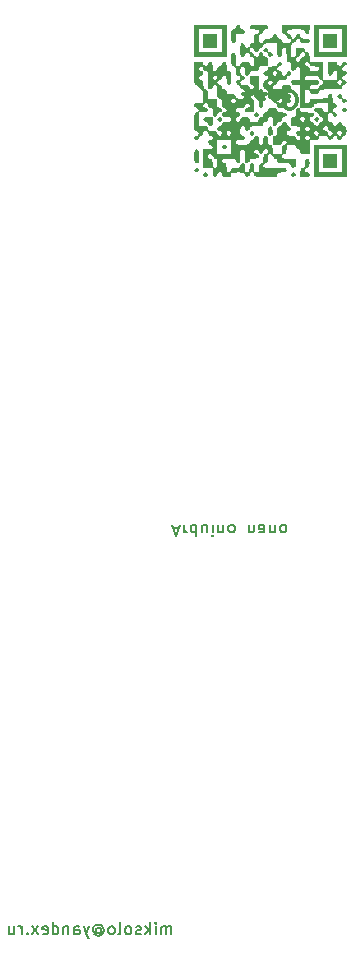
<source format=gbr>
%TF.GenerationSoftware,KiCad,Pcbnew,6.0.0*%
%TF.CreationDate,2022-01-29T03:06:04+03:00*%
%TF.ProjectId,pump,70756d70-2e6b-4696-9361-645f70636258,rev?*%
%TF.SameCoordinates,Original*%
%TF.FileFunction,Legend,Bot*%
%TF.FilePolarity,Positive*%
%FSLAX46Y46*%
G04 Gerber Fmt 4.6, Leading zero omitted, Abs format (unit mm)*
G04 Created by KiCad (PCBNEW 6.0.0) date 2022-01-29 03:06:04*
%MOMM*%
%LPD*%
G01*
G04 APERTURE LIST*
%ADD10C,0.150000*%
%ADD11C,0.300000*%
G04 APERTURE END LIST*
D10*
X108625285Y-75906333D02*
X109101476Y-75906333D01*
X108530047Y-75620619D02*
X108863380Y-76620619D01*
X109196714Y-75620619D01*
X109530047Y-75620619D02*
X109530047Y-76287285D01*
X109530047Y-76096809D02*
X109577666Y-76192047D01*
X109625285Y-76239666D01*
X109720523Y-76287285D01*
X109815761Y-76287285D01*
X110577666Y-75620619D02*
X110577666Y-76620619D01*
X110577666Y-75668238D02*
X110482428Y-75620619D01*
X110291952Y-75620619D01*
X110196714Y-75668238D01*
X110149095Y-75715857D01*
X110101476Y-75811095D01*
X110101476Y-76096809D01*
X110149095Y-76192047D01*
X110196714Y-76239666D01*
X110291952Y-76287285D01*
X110482428Y-76287285D01*
X110577666Y-76239666D01*
X111482428Y-76287285D02*
X111482428Y-75620619D01*
X111053857Y-76287285D02*
X111053857Y-75763476D01*
X111101476Y-75668238D01*
X111196714Y-75620619D01*
X111339571Y-75620619D01*
X111434809Y-75668238D01*
X111482428Y-75715857D01*
X111958619Y-75620619D02*
X111958619Y-76287285D01*
X111958619Y-76620619D02*
X111911000Y-76573000D01*
X111958619Y-76525380D01*
X112006238Y-76573000D01*
X111958619Y-76620619D01*
X111958619Y-76525380D01*
X112434809Y-76287285D02*
X112434809Y-75620619D01*
X112434809Y-76192047D02*
X112482428Y-76239666D01*
X112577666Y-76287285D01*
X112720523Y-76287285D01*
X112815761Y-76239666D01*
X112863380Y-76144428D01*
X112863380Y-75620619D01*
X113482428Y-75620619D02*
X113387190Y-75668238D01*
X113339571Y-75715857D01*
X113291952Y-75811095D01*
X113291952Y-76096809D01*
X113339571Y-76192047D01*
X113387190Y-76239666D01*
X113482428Y-76287285D01*
X113625285Y-76287285D01*
X113720523Y-76239666D01*
X113768142Y-76192047D01*
X113815761Y-76096809D01*
X113815761Y-75811095D01*
X113768142Y-75715857D01*
X113720523Y-75668238D01*
X113625285Y-75620619D01*
X113482428Y-75620619D01*
X115006238Y-76287285D02*
X115006238Y-75620619D01*
X115006238Y-76192047D02*
X115053857Y-76239666D01*
X115149095Y-76287285D01*
X115291952Y-76287285D01*
X115387190Y-76239666D01*
X115434809Y-76144428D01*
X115434809Y-75620619D01*
X116339571Y-75620619D02*
X116339571Y-76144428D01*
X116291952Y-76239666D01*
X116196714Y-76287285D01*
X116006238Y-76287285D01*
X115911000Y-76239666D01*
X116339571Y-75668238D02*
X116244333Y-75620619D01*
X116006238Y-75620619D01*
X115911000Y-75668238D01*
X115863380Y-75763476D01*
X115863380Y-75858714D01*
X115911000Y-75953952D01*
X116006238Y-76001571D01*
X116244333Y-76001571D01*
X116339571Y-76049190D01*
X116815761Y-76287285D02*
X116815761Y-75620619D01*
X116815761Y-76192047D02*
X116863380Y-76239666D01*
X116958619Y-76287285D01*
X117101476Y-76287285D01*
X117196714Y-76239666D01*
X117244333Y-76144428D01*
X117244333Y-75620619D01*
X117863380Y-75620619D02*
X117768142Y-75668238D01*
X117720523Y-75715857D01*
X117672904Y-75811095D01*
X117672904Y-76096809D01*
X117720523Y-76192047D01*
X117768142Y-76239666D01*
X117863380Y-76287285D01*
X118006238Y-76287285D01*
X118101476Y-76239666D01*
X118149095Y-76192047D01*
X118196714Y-76096809D01*
X118196714Y-75811095D01*
X118149095Y-75715857D01*
X118101476Y-75668238D01*
X118006238Y-75620619D01*
X117863380Y-75620619D01*
X108457142Y-110307380D02*
X108457142Y-109640714D01*
X108457142Y-109735952D02*
X108409523Y-109688333D01*
X108314285Y-109640714D01*
X108171428Y-109640714D01*
X108076190Y-109688333D01*
X108028571Y-109783571D01*
X108028571Y-110307380D01*
X108028571Y-109783571D02*
X107980952Y-109688333D01*
X107885714Y-109640714D01*
X107742857Y-109640714D01*
X107647619Y-109688333D01*
X107600000Y-109783571D01*
X107600000Y-110307380D01*
X107123809Y-110307380D02*
X107123809Y-109640714D01*
X107123809Y-109307380D02*
X107171428Y-109355000D01*
X107123809Y-109402619D01*
X107076190Y-109355000D01*
X107123809Y-109307380D01*
X107123809Y-109402619D01*
X106647619Y-110307380D02*
X106647619Y-109307380D01*
X106552380Y-109926428D02*
X106266666Y-110307380D01*
X106266666Y-109640714D02*
X106647619Y-110021666D01*
X105885714Y-110259761D02*
X105790476Y-110307380D01*
X105600000Y-110307380D01*
X105504761Y-110259761D01*
X105457142Y-110164523D01*
X105457142Y-110116904D01*
X105504761Y-110021666D01*
X105600000Y-109974047D01*
X105742857Y-109974047D01*
X105838095Y-109926428D01*
X105885714Y-109831190D01*
X105885714Y-109783571D01*
X105838095Y-109688333D01*
X105742857Y-109640714D01*
X105600000Y-109640714D01*
X105504761Y-109688333D01*
X104885714Y-110307380D02*
X104980952Y-110259761D01*
X105028571Y-110212142D01*
X105076190Y-110116904D01*
X105076190Y-109831190D01*
X105028571Y-109735952D01*
X104980952Y-109688333D01*
X104885714Y-109640714D01*
X104742857Y-109640714D01*
X104647619Y-109688333D01*
X104600000Y-109735952D01*
X104552380Y-109831190D01*
X104552380Y-110116904D01*
X104600000Y-110212142D01*
X104647619Y-110259761D01*
X104742857Y-110307380D01*
X104885714Y-110307380D01*
X103980952Y-110307380D02*
X104076190Y-110259761D01*
X104123809Y-110164523D01*
X104123809Y-109307380D01*
X103457142Y-110307380D02*
X103552380Y-110259761D01*
X103600000Y-110212142D01*
X103647619Y-110116904D01*
X103647619Y-109831190D01*
X103600000Y-109735952D01*
X103552380Y-109688333D01*
X103457142Y-109640714D01*
X103314285Y-109640714D01*
X103219047Y-109688333D01*
X103171428Y-109735952D01*
X103123809Y-109831190D01*
X103123809Y-110116904D01*
X103171428Y-110212142D01*
X103219047Y-110259761D01*
X103314285Y-110307380D01*
X103457142Y-110307380D01*
X102076190Y-109831190D02*
X102123809Y-109783571D01*
X102219047Y-109735952D01*
X102314285Y-109735952D01*
X102409523Y-109783571D01*
X102457142Y-109831190D01*
X102504761Y-109926428D01*
X102504761Y-110021666D01*
X102457142Y-110116904D01*
X102409523Y-110164523D01*
X102314285Y-110212142D01*
X102219047Y-110212142D01*
X102123809Y-110164523D01*
X102076190Y-110116904D01*
X102076190Y-109735952D02*
X102076190Y-110116904D01*
X102028571Y-110164523D01*
X101980952Y-110164523D01*
X101885714Y-110116904D01*
X101838095Y-110021666D01*
X101838095Y-109783571D01*
X101933333Y-109640714D01*
X102076190Y-109545476D01*
X102266666Y-109497857D01*
X102457142Y-109545476D01*
X102600000Y-109640714D01*
X102695238Y-109783571D01*
X102742857Y-109974047D01*
X102695238Y-110164523D01*
X102600000Y-110307380D01*
X102457142Y-110402619D01*
X102266666Y-110450238D01*
X102076190Y-110402619D01*
X101933333Y-110307380D01*
X101504761Y-109640714D02*
X101266666Y-110307380D01*
X101028571Y-109640714D02*
X101266666Y-110307380D01*
X101361904Y-110545476D01*
X101409523Y-110593095D01*
X101504761Y-110640714D01*
X100219047Y-110307380D02*
X100219047Y-109783571D01*
X100266666Y-109688333D01*
X100361904Y-109640714D01*
X100552380Y-109640714D01*
X100647619Y-109688333D01*
X100219047Y-110259761D02*
X100314285Y-110307380D01*
X100552380Y-110307380D01*
X100647619Y-110259761D01*
X100695238Y-110164523D01*
X100695238Y-110069285D01*
X100647619Y-109974047D01*
X100552380Y-109926428D01*
X100314285Y-109926428D01*
X100219047Y-109878809D01*
X99742857Y-109640714D02*
X99742857Y-110307380D01*
X99742857Y-109735952D02*
X99695238Y-109688333D01*
X99600000Y-109640714D01*
X99457142Y-109640714D01*
X99361904Y-109688333D01*
X99314285Y-109783571D01*
X99314285Y-110307380D01*
X98409523Y-110307380D02*
X98409523Y-109307380D01*
X98409523Y-110259761D02*
X98504761Y-110307380D01*
X98695238Y-110307380D01*
X98790476Y-110259761D01*
X98838095Y-110212142D01*
X98885714Y-110116904D01*
X98885714Y-109831190D01*
X98838095Y-109735952D01*
X98790476Y-109688333D01*
X98695238Y-109640714D01*
X98504761Y-109640714D01*
X98409523Y-109688333D01*
X97552380Y-110259761D02*
X97647619Y-110307380D01*
X97838095Y-110307380D01*
X97933333Y-110259761D01*
X97980952Y-110164523D01*
X97980952Y-109783571D01*
X97933333Y-109688333D01*
X97838095Y-109640714D01*
X97647619Y-109640714D01*
X97552380Y-109688333D01*
X97504761Y-109783571D01*
X97504761Y-109878809D01*
X97980952Y-109974047D01*
X97171428Y-110307380D02*
X96647619Y-109640714D01*
X97171428Y-109640714D02*
X96647619Y-110307380D01*
X96266666Y-110212142D02*
X96219047Y-110259761D01*
X96266666Y-110307380D01*
X96314285Y-110259761D01*
X96266666Y-110212142D01*
X96266666Y-110307380D01*
X95790476Y-110307380D02*
X95790476Y-109640714D01*
X95790476Y-109831190D02*
X95742857Y-109735952D01*
X95695238Y-109688333D01*
X95600000Y-109640714D01*
X95504761Y-109640714D01*
X94742857Y-109640714D02*
X94742857Y-110307380D01*
X95171428Y-109640714D02*
X95171428Y-110164523D01*
X95123809Y-110259761D01*
X95028571Y-110307380D01*
X94885714Y-110307380D01*
X94790476Y-110259761D01*
X94742857Y-110212142D01*
D11*
%TO.C,G\u002A\u002A\u002A*%
X118182571Y-38989000D02*
X118327714Y-38916428D01*
X118545428Y-38916428D01*
X118763142Y-38989000D01*
X118908285Y-39134142D01*
X118980857Y-39279285D01*
X119053428Y-39569571D01*
X119053428Y-39787285D01*
X118980857Y-40077571D01*
X118908285Y-40222714D01*
X118763142Y-40367857D01*
X118545428Y-40440428D01*
X118400285Y-40440428D01*
X118182571Y-40367857D01*
X118110000Y-40295285D01*
X118110000Y-39787285D01*
X118400285Y-39787285D01*
X117239142Y-38916428D02*
X117239142Y-39279285D01*
X117602000Y-39134142D02*
X117239142Y-39279285D01*
X116876285Y-39134142D01*
X117456857Y-39569571D02*
X117239142Y-39279285D01*
X117021428Y-39569571D01*
X116078000Y-38916428D02*
X116078000Y-39279285D01*
X116440857Y-39134142D02*
X116078000Y-39279285D01*
X115715142Y-39134142D01*
X116295714Y-39569571D02*
X116078000Y-39279285D01*
X115860285Y-39569571D01*
X114916857Y-38916428D02*
X114916857Y-39279285D01*
X115279714Y-39134142D02*
X114916857Y-39279285D01*
X114554000Y-39134142D01*
X115134571Y-39569571D02*
X114916857Y-39279285D01*
X114699142Y-39569571D01*
G36*
X120552308Y-46198692D02*
G01*
X120552308Y-45807923D01*
X120943077Y-45807923D01*
X122896923Y-45807923D01*
X122896923Y-43854077D01*
X120943077Y-43854077D01*
X120943077Y-45807923D01*
X120552308Y-45807923D01*
X120552308Y-43463307D01*
X123287693Y-43463307D01*
X123287693Y-46198692D01*
X120552308Y-46198692D01*
G37*
G36*
X120078930Y-44657739D02*
G01*
X120145154Y-44770729D01*
X120161539Y-45026384D01*
X120150477Y-45251935D01*
X120093982Y-45384384D01*
X119966154Y-45417154D01*
X119839848Y-45449264D01*
X119770769Y-45612538D01*
X119802880Y-45738844D01*
X119966154Y-45807923D01*
X120092460Y-45840034D01*
X120161539Y-46003307D01*
X120139415Y-46116083D01*
X120026425Y-46182307D01*
X119770769Y-46198692D01*
X119380000Y-46198692D01*
X119380000Y-45807923D01*
X119391062Y-45582372D01*
X119447557Y-45449923D01*
X119575385Y-45417154D01*
X119688160Y-45395030D01*
X119754385Y-45282040D01*
X119770769Y-45026384D01*
X119781832Y-44800833D01*
X119838326Y-44668385D01*
X119966154Y-44635615D01*
X120078930Y-44657739D01*
G37*
G36*
X118920152Y-45840034D02*
G01*
X118989231Y-46003307D01*
X118957120Y-46129613D01*
X118793846Y-46198692D01*
X118667541Y-46166581D01*
X118598462Y-46003307D01*
X118630573Y-45877002D01*
X118793846Y-45807923D01*
X118920152Y-45840034D01*
G37*
G36*
X122506154Y-37992538D02*
G01*
X122506154Y-37601769D01*
X122495092Y-37376218D01*
X122438597Y-37243769D01*
X122310769Y-37211000D01*
X122184464Y-37243110D01*
X122115385Y-37406384D01*
X122083274Y-37532690D01*
X121920000Y-37601769D01*
X121833461Y-37590993D01*
X121763062Y-37519892D01*
X121731745Y-37342994D01*
X121724616Y-37015615D01*
X121724616Y-36429461D01*
X122115385Y-36429461D01*
X122340936Y-36440523D01*
X122473385Y-36497018D01*
X122506154Y-36624846D01*
X122538265Y-36751152D01*
X122701539Y-36820231D01*
X122827844Y-36788120D01*
X122896923Y-36624846D01*
X122929034Y-36498540D01*
X123092308Y-36429461D01*
X123218614Y-36461572D01*
X123287693Y-36624846D01*
X123255582Y-36751152D01*
X123092308Y-36820231D01*
X122966002Y-36852341D01*
X122896923Y-37015615D01*
X122929034Y-37141921D01*
X123092308Y-37211000D01*
X123218614Y-37243110D01*
X123287693Y-37406384D01*
X123255582Y-37532690D01*
X123092308Y-37601769D01*
X122966002Y-37633880D01*
X122896923Y-37797154D01*
X122929034Y-37923459D01*
X123092308Y-37992538D01*
X123218614Y-38024649D01*
X123287693Y-38187923D01*
X123255582Y-38314229D01*
X123092308Y-38383307D01*
X122966002Y-38415418D01*
X122896923Y-38578692D01*
X122896843Y-38589156D01*
X122880012Y-38674588D01*
X122809277Y-38728724D01*
X122649272Y-38758635D01*
X122364635Y-38771395D01*
X121920000Y-38774077D01*
X121867680Y-38774093D01*
X121440518Y-38777459D01*
X121169841Y-38791606D01*
X121020285Y-38823607D01*
X120956485Y-38880534D01*
X120943077Y-38969461D01*
X120920953Y-39082237D01*
X120807963Y-39148461D01*
X120552308Y-39164846D01*
X120326757Y-39153784D01*
X120194308Y-39097289D01*
X120161539Y-38969461D01*
X120129428Y-38843156D01*
X119966154Y-38774077D01*
X119879615Y-38784853D01*
X119809216Y-38855953D01*
X119777899Y-39032852D01*
X119770769Y-39360231D01*
X119774362Y-39619849D01*
X119798062Y-39831046D01*
X119857028Y-39924997D01*
X119966154Y-39946384D01*
X120092460Y-39914274D01*
X120161539Y-39751000D01*
X120164415Y-39699485D01*
X120203652Y-39621804D01*
X120320307Y-39578482D01*
X120553681Y-39559694D01*
X120943077Y-39555615D01*
X121149136Y-39554896D01*
X121459861Y-39545087D01*
X121633148Y-39515923D01*
X121708299Y-39457580D01*
X121724616Y-39360231D01*
X121756726Y-39233925D01*
X121920000Y-39164846D01*
X122032776Y-39186970D01*
X122099000Y-39299960D01*
X122115385Y-39555615D01*
X122126447Y-39781166D01*
X122182942Y-39913615D01*
X122310769Y-39946384D01*
X122437075Y-39978495D01*
X122506154Y-40141769D01*
X122474043Y-40268075D01*
X122310769Y-40337154D01*
X122184464Y-40369264D01*
X122115385Y-40532538D01*
X122147496Y-40658844D01*
X122310769Y-40727923D01*
X122437075Y-40760034D01*
X122506154Y-40923307D01*
X122474043Y-41049613D01*
X122310769Y-41118692D01*
X122184464Y-41086581D01*
X122115385Y-40923307D01*
X122083274Y-40797002D01*
X121920000Y-40727923D01*
X121807225Y-40750047D01*
X121741000Y-40863037D01*
X121724616Y-41118692D01*
X121735678Y-41344243D01*
X121792173Y-41476692D01*
X121920000Y-41509461D01*
X122046306Y-41541572D01*
X122115385Y-41704846D01*
X122147496Y-41831152D01*
X122310769Y-41900231D01*
X122437075Y-41868120D01*
X122506154Y-41704846D01*
X122538265Y-41578540D01*
X122701539Y-41509461D01*
X122827844Y-41541572D01*
X122896923Y-41704846D01*
X122929034Y-41831152D01*
X123092308Y-41900231D01*
X123205083Y-41922355D01*
X123271308Y-42035344D01*
X123287693Y-42291000D01*
X123278111Y-42486384D01*
X123276631Y-42516551D01*
X123220136Y-42648999D01*
X123092308Y-42681769D01*
X122966002Y-42713880D01*
X122896923Y-42877154D01*
X122864813Y-43003459D01*
X122701539Y-43072538D01*
X122575233Y-43040427D01*
X122506154Y-42877154D01*
X122474043Y-42750848D01*
X122310769Y-42681769D01*
X122184464Y-42713880D01*
X122115385Y-42877154D01*
X122083274Y-43003459D01*
X121920000Y-43072538D01*
X121793695Y-43040427D01*
X121724616Y-42877154D01*
X121702492Y-42764378D01*
X121589502Y-42698154D01*
X121333846Y-42681769D01*
X121108295Y-42692831D01*
X120975847Y-42749326D01*
X120943077Y-42877154D01*
X120920953Y-42989929D01*
X120807963Y-43056153D01*
X120552308Y-43072538D01*
X120161539Y-43072538D01*
X120161539Y-44244846D01*
X119770769Y-44244846D01*
X119545218Y-44233784D01*
X119412770Y-44177289D01*
X119380000Y-44049461D01*
X119347890Y-43923156D01*
X119184616Y-43854077D01*
X119058310Y-43821966D01*
X118989231Y-43658692D01*
X118967107Y-43545917D01*
X118854117Y-43479692D01*
X118598462Y-43463307D01*
X118207693Y-43463307D01*
X118207693Y-43854077D01*
X118196631Y-44079628D01*
X118140136Y-44212076D01*
X118012308Y-44244846D01*
X117886002Y-44276957D01*
X117816923Y-44440231D01*
X117827699Y-44526770D01*
X117898800Y-44597169D01*
X118075698Y-44628486D01*
X118403077Y-44635615D01*
X118989231Y-44635615D01*
X118989231Y-45026384D01*
X118978169Y-45251935D01*
X118921674Y-45384384D01*
X118793846Y-45417154D01*
X118667541Y-45385043D01*
X118598462Y-45221769D01*
X118587686Y-45135230D01*
X118516585Y-45064830D01*
X118339687Y-45033513D01*
X118012308Y-45026384D01*
X117752690Y-45022792D01*
X117541492Y-44999092D01*
X117447542Y-44940126D01*
X117426154Y-44831000D01*
X117394043Y-44704694D01*
X117230769Y-44635615D01*
X117104464Y-44603504D01*
X117035385Y-44440231D01*
X117003274Y-44313925D01*
X116840000Y-44244846D01*
X116727225Y-44266970D01*
X116661000Y-44379960D01*
X116644616Y-44635615D01*
X116633554Y-44861166D01*
X116577059Y-44993615D01*
X116449231Y-45026384D01*
X116322925Y-45058495D01*
X116253846Y-45221769D01*
X116253926Y-45232233D01*
X116270757Y-45317665D01*
X116341493Y-45371801D01*
X116501498Y-45401712D01*
X116786135Y-45414472D01*
X117230769Y-45417154D01*
X117283090Y-45417170D01*
X117710251Y-45420536D01*
X117980928Y-45434683D01*
X118130485Y-45466684D01*
X118194285Y-45523611D01*
X118207693Y-45612538D01*
X118185569Y-45725314D01*
X118072579Y-45791538D01*
X117816923Y-45807923D01*
X117591372Y-45818985D01*
X117458924Y-45875480D01*
X117426154Y-46003307D01*
X117426074Y-46013771D01*
X117409243Y-46099204D01*
X117338507Y-46153339D01*
X117178503Y-46183250D01*
X116893866Y-46196010D01*
X116449231Y-46198692D01*
X116396911Y-46198676D01*
X115969749Y-46195310D01*
X115699072Y-46181163D01*
X115549516Y-46149162D01*
X115485716Y-46092234D01*
X115472308Y-46003307D01*
X115440197Y-45877002D01*
X115276923Y-45807923D01*
X115150618Y-45840034D01*
X115081539Y-46003307D01*
X115049428Y-46129613D01*
X114886154Y-46198692D01*
X114759848Y-46166581D01*
X114690769Y-46003307D01*
X114679993Y-45916768D01*
X114608893Y-45846369D01*
X114431994Y-45815052D01*
X114104616Y-45807923D01*
X113844997Y-45811515D01*
X113633800Y-45835215D01*
X113539849Y-45894181D01*
X113518462Y-46003307D01*
X113496338Y-46116083D01*
X113383348Y-46182307D01*
X113127693Y-46198692D01*
X112902142Y-46187630D01*
X112769693Y-46131135D01*
X112736923Y-46003307D01*
X112704813Y-45877002D01*
X112541539Y-45807923D01*
X112415233Y-45840034D01*
X112346154Y-46003307D01*
X112314043Y-46129613D01*
X112150769Y-46198692D01*
X112037994Y-46176568D01*
X111971770Y-46063578D01*
X111955385Y-45807923D01*
X111955385Y-45417154D01*
X111173846Y-45417154D01*
X111173846Y-44440231D01*
X111564616Y-44440231D01*
X111596726Y-44566536D01*
X111760000Y-44635615D01*
X111872776Y-44657739D01*
X111939000Y-44770729D01*
X111955385Y-45026384D01*
X111966447Y-45251935D01*
X112022942Y-45384384D01*
X112150769Y-45417154D01*
X112263545Y-45395030D01*
X112329769Y-45282040D01*
X112346154Y-45026384D01*
X112336572Y-44831000D01*
X112736923Y-44831000D01*
X112769034Y-44957305D01*
X112932308Y-45026384D01*
X113045083Y-45048508D01*
X113111308Y-45161498D01*
X113127693Y-45417154D01*
X113138755Y-45642705D01*
X113195249Y-45775153D01*
X113323077Y-45807923D01*
X113449383Y-45775812D01*
X113518462Y-45612538D01*
X113540586Y-45499763D01*
X113653576Y-45433538D01*
X113909231Y-45417154D01*
X114134782Y-45406092D01*
X114267231Y-45349597D01*
X114300000Y-45221769D01*
X114332111Y-45095463D01*
X114495385Y-45026384D01*
X114608160Y-45048508D01*
X114674385Y-45161498D01*
X114690769Y-45417154D01*
X114701832Y-45642705D01*
X114758326Y-45775153D01*
X114886154Y-45807923D01*
X114998930Y-45785799D01*
X115065154Y-45672809D01*
X115081539Y-45417154D01*
X115092601Y-45191603D01*
X115149096Y-45059154D01*
X115276923Y-45026384D01*
X115389699Y-45048508D01*
X115455923Y-45161498D01*
X115472308Y-45417154D01*
X115483370Y-45642705D01*
X115539865Y-45775153D01*
X115667693Y-45807923D01*
X115780468Y-45785799D01*
X115846692Y-45672809D01*
X115863077Y-45417154D01*
X115874139Y-45191603D01*
X115930634Y-45059154D01*
X116058462Y-45026384D01*
X116171237Y-45004260D01*
X116237462Y-44891271D01*
X116253846Y-44635615D01*
X116264908Y-44410064D01*
X116321403Y-44277615D01*
X116449231Y-44244846D01*
X116575537Y-44212735D01*
X116644616Y-44049461D01*
X116612505Y-43923156D01*
X116449231Y-43854077D01*
X116322925Y-43886187D01*
X116253846Y-44049461D01*
X116221736Y-44175767D01*
X116058462Y-44244846D01*
X115932156Y-44212735D01*
X115863077Y-44049461D01*
X115830966Y-43923156D01*
X115667693Y-43854077D01*
X115541387Y-43886187D01*
X115472308Y-44049461D01*
X115504419Y-44175767D01*
X115667693Y-44244846D01*
X115793998Y-44276957D01*
X115863077Y-44440231D01*
X115840953Y-44553006D01*
X115727963Y-44619230D01*
X115472308Y-44635615D01*
X115246757Y-44646677D01*
X115114308Y-44703172D01*
X115081539Y-44831000D01*
X115049428Y-44957305D01*
X114886154Y-45026384D01*
X114799615Y-45015608D01*
X114729216Y-44944508D01*
X114697899Y-44767609D01*
X114690769Y-44440231D01*
X114687177Y-44180612D01*
X114663477Y-43969415D01*
X114604511Y-43875464D01*
X114495385Y-43854077D01*
X114408845Y-43864853D01*
X114338446Y-43935953D01*
X114307129Y-44112852D01*
X114304255Y-44244846D01*
X114300000Y-44440231D01*
X114296408Y-44699849D01*
X114272708Y-44911046D01*
X114213742Y-45004997D01*
X114104616Y-45026384D01*
X113978310Y-44994274D01*
X113909231Y-44831000D01*
X113898455Y-44744460D01*
X113827354Y-44674061D01*
X113650456Y-44642744D01*
X113323077Y-44635615D01*
X113063459Y-44639207D01*
X112852262Y-44662907D01*
X112758311Y-44721873D01*
X112736923Y-44831000D01*
X112336572Y-44831000D01*
X112335092Y-44800833D01*
X112278597Y-44668385D01*
X112150769Y-44635615D01*
X112024464Y-44603504D01*
X111955385Y-44440231D01*
X111923274Y-44313925D01*
X111760000Y-44244846D01*
X112346154Y-44244846D01*
X113518462Y-44244846D01*
X113518462Y-43072538D01*
X112346154Y-43072538D01*
X112346154Y-44244846D01*
X111760000Y-44244846D01*
X111633695Y-44276957D01*
X111564616Y-44440231D01*
X111173846Y-44440231D01*
X111173846Y-43854077D01*
X111564616Y-43854077D01*
X111790167Y-43843015D01*
X111922615Y-43786520D01*
X111955385Y-43658692D01*
X111923274Y-43532386D01*
X111760000Y-43463307D01*
X111633695Y-43431197D01*
X111564616Y-43267923D01*
X111596726Y-43141617D01*
X111760000Y-43072538D01*
X111886306Y-43040427D01*
X111955385Y-42877154D01*
X111923274Y-42750848D01*
X111760000Y-42681769D01*
X111633695Y-42649658D01*
X111564616Y-42486384D01*
X111532505Y-42360079D01*
X111369231Y-42291000D01*
X111242925Y-42323110D01*
X111173846Y-42486384D01*
X111141736Y-42612690D01*
X110978462Y-42681769D01*
X110852156Y-42713880D01*
X110783077Y-42877154D01*
X110750966Y-43003459D01*
X110587693Y-43072538D01*
X110461387Y-43040427D01*
X110392308Y-42877154D01*
X110424419Y-42750848D01*
X110587693Y-42681769D01*
X110713998Y-42649658D01*
X110783077Y-42486384D01*
X110750966Y-42360079D01*
X110587693Y-42291000D01*
X110536178Y-42288124D01*
X110458497Y-42248887D01*
X110415175Y-42132232D01*
X110396498Y-41900231D01*
X110783077Y-41900231D01*
X111173846Y-41900231D01*
X111399397Y-41911293D01*
X111531846Y-41967787D01*
X111564616Y-42095615D01*
X111586740Y-42208391D01*
X111699729Y-42274615D01*
X111955385Y-42291000D01*
X112180936Y-42302062D01*
X112313385Y-42358557D01*
X112346154Y-42486384D01*
X112378265Y-42612690D01*
X112541539Y-42681769D01*
X112667844Y-42649658D01*
X112736923Y-42486384D01*
X113127693Y-42486384D01*
X113159803Y-42612690D01*
X113323077Y-42681769D01*
X113449383Y-42649658D01*
X113518462Y-42486384D01*
X113486351Y-42360079D01*
X113323077Y-42291000D01*
X113196771Y-42323110D01*
X113127693Y-42486384D01*
X112736923Y-42486384D01*
X112704813Y-42360079D01*
X112541539Y-42291000D01*
X112415233Y-42258889D01*
X112346154Y-42095615D01*
X112378265Y-41969309D01*
X112541539Y-41900231D01*
X112667844Y-41868120D01*
X112736923Y-41704846D01*
X112759047Y-41592070D01*
X112872037Y-41525846D01*
X113127693Y-41509461D01*
X113353244Y-41498399D01*
X113485692Y-41441904D01*
X113518462Y-41314077D01*
X113909231Y-41314077D01*
X113941342Y-41440382D01*
X114104616Y-41509461D01*
X114230921Y-41477351D01*
X114300000Y-41314077D01*
X114322124Y-41201301D01*
X114435114Y-41135077D01*
X114690769Y-41118692D01*
X114916321Y-41129754D01*
X115048769Y-41186249D01*
X115081539Y-41314077D01*
X115103663Y-41426852D01*
X115216653Y-41493077D01*
X115472308Y-41509461D01*
X115697859Y-41498399D01*
X115830308Y-41441904D01*
X115863077Y-41314077D01*
X115895188Y-41187771D01*
X116058462Y-41118692D01*
X116184768Y-41086581D01*
X116253846Y-40923307D01*
X116285957Y-40797002D01*
X116449231Y-40727923D01*
X116575537Y-40695812D01*
X116644616Y-40532538D01*
X116666740Y-40419763D01*
X116779729Y-40353538D01*
X117035385Y-40337154D01*
X117260936Y-40348216D01*
X117393385Y-40404710D01*
X117426154Y-40532538D01*
X117448278Y-40645314D01*
X117561268Y-40711538D01*
X117816923Y-40727923D01*
X118042474Y-40738985D01*
X118174923Y-40795480D01*
X118207693Y-40923307D01*
X118175582Y-41049613D01*
X118012308Y-41118692D01*
X117886002Y-41150803D01*
X117816923Y-41314077D01*
X117784813Y-41440382D01*
X117621539Y-41509461D01*
X117495233Y-41541572D01*
X117426154Y-41704846D01*
X117394043Y-41831152D01*
X117230769Y-41900231D01*
X117117994Y-41878106D01*
X117051770Y-41765117D01*
X117035385Y-41509461D01*
X117024323Y-41283910D01*
X116967828Y-41151462D01*
X116840000Y-41118692D01*
X116713695Y-41150803D01*
X116644616Y-41314077D01*
X116612505Y-41440382D01*
X116449231Y-41509461D01*
X116322925Y-41541572D01*
X116253846Y-41704846D01*
X116243070Y-41791385D01*
X116171970Y-41861784D01*
X115995071Y-41893101D01*
X115667693Y-41900231D01*
X115408074Y-41903823D01*
X115196877Y-41927523D01*
X115102926Y-41986489D01*
X115081539Y-42095615D01*
X115049428Y-42221921D01*
X114886154Y-42291000D01*
X114759848Y-42258889D01*
X114690769Y-42095615D01*
X114658659Y-41969309D01*
X114495385Y-41900231D01*
X114382609Y-41922355D01*
X114316385Y-42035344D01*
X114300000Y-42291000D01*
X114309582Y-42486384D01*
X114311062Y-42516551D01*
X114367557Y-42648999D01*
X114495385Y-42681769D01*
X114621691Y-42713880D01*
X114690769Y-42877154D01*
X114668645Y-42989929D01*
X114555656Y-43056153D01*
X114300000Y-43072538D01*
X114074449Y-43083600D01*
X113942001Y-43140095D01*
X113909231Y-43267923D01*
X113920007Y-43354462D01*
X113991108Y-43424861D01*
X114168006Y-43456178D01*
X114495385Y-43463307D01*
X114755003Y-43459715D01*
X114966200Y-43436015D01*
X115060151Y-43377049D01*
X115081539Y-43267923D01*
X115113649Y-43141617D01*
X115276923Y-43072538D01*
X115403229Y-43040427D01*
X115472308Y-42877154D01*
X115504419Y-42750848D01*
X115667693Y-42681769D01*
X115780468Y-42703893D01*
X115846692Y-42816883D01*
X115863077Y-43072538D01*
X115874139Y-43298089D01*
X115930634Y-43430538D01*
X116058462Y-43463307D01*
X116171237Y-43441183D01*
X116237462Y-43328194D01*
X116253846Y-43072538D01*
X116264908Y-42846987D01*
X116321403Y-42714538D01*
X116449231Y-42681769D01*
X116562007Y-42703893D01*
X116628231Y-42816883D01*
X116644616Y-43072538D01*
X116655678Y-43298089D01*
X116712173Y-43430538D01*
X116840000Y-43463307D01*
X116952776Y-43485431D01*
X117019000Y-43598421D01*
X117035385Y-43854077D01*
X117035385Y-44244846D01*
X117816923Y-44244846D01*
X117816923Y-43854077D01*
X117827985Y-43628526D01*
X117884480Y-43496077D01*
X118012308Y-43463307D01*
X118138614Y-43431197D01*
X118207693Y-43267923D01*
X118175582Y-43141617D01*
X118012308Y-43072538D01*
X117886002Y-43104649D01*
X117816923Y-43267923D01*
X117794799Y-43380698D01*
X117681810Y-43446923D01*
X117426154Y-43463307D01*
X117035385Y-43463307D01*
X117035385Y-43072538D01*
X117046447Y-42846987D01*
X117102942Y-42714538D01*
X117230769Y-42681769D01*
X117343545Y-42659645D01*
X117409769Y-42546655D01*
X117426154Y-42291000D01*
X117437216Y-42065449D01*
X117493711Y-41933000D01*
X117621539Y-41900231D01*
X117747844Y-41868120D01*
X117816923Y-41704846D01*
X117849034Y-41578540D01*
X118012308Y-41509461D01*
X118138614Y-41541572D01*
X118207693Y-41704846D01*
X118239803Y-41831152D01*
X118403077Y-41900231D01*
X118529383Y-41932341D01*
X118598462Y-42095615D01*
X118566351Y-42221921D01*
X118403077Y-42291000D01*
X118276771Y-42323110D01*
X118207693Y-42486384D01*
X118229817Y-42599160D01*
X118342806Y-42665384D01*
X118598462Y-42681769D01*
X118824013Y-42692831D01*
X118956462Y-42749326D01*
X118989231Y-42877154D01*
X119021342Y-43003459D01*
X119184616Y-43072538D01*
X119310921Y-43040427D01*
X119380000Y-42877154D01*
X119770769Y-42877154D01*
X119802880Y-43003459D01*
X119966154Y-43072538D01*
X120092460Y-43040427D01*
X120161539Y-42877154D01*
X120129428Y-42750848D01*
X119966154Y-42681769D01*
X119839848Y-42713880D01*
X119770769Y-42877154D01*
X119380000Y-42877154D01*
X119347890Y-42750848D01*
X119184616Y-42681769D01*
X119058310Y-42649658D01*
X118989231Y-42486384D01*
X120552308Y-42486384D01*
X120584419Y-42612690D01*
X120747693Y-42681769D01*
X120873998Y-42649658D01*
X120943077Y-42486384D01*
X120910966Y-42360079D01*
X120747693Y-42291000D01*
X120621387Y-42323110D01*
X120552308Y-42486384D01*
X118989231Y-42486384D01*
X119021342Y-42360079D01*
X119184616Y-42291000D01*
X119310921Y-42258889D01*
X119380000Y-42095615D01*
X119770769Y-42095615D01*
X119802880Y-42221921D01*
X119966154Y-42291000D01*
X120092460Y-42258889D01*
X120161539Y-42095615D01*
X121333846Y-42095615D01*
X121365957Y-42221921D01*
X121529231Y-42291000D01*
X121655537Y-42323110D01*
X121724616Y-42486384D01*
X121756726Y-42612690D01*
X121920000Y-42681769D01*
X122046306Y-42649658D01*
X122115385Y-42486384D01*
X122506154Y-42486384D01*
X122538265Y-42612690D01*
X122701539Y-42681769D01*
X122827844Y-42649658D01*
X122896923Y-42486384D01*
X122864813Y-42360079D01*
X122701539Y-42291000D01*
X122575233Y-42323110D01*
X122506154Y-42486384D01*
X122115385Y-42486384D01*
X122083274Y-42360079D01*
X121920000Y-42291000D01*
X121793695Y-42258889D01*
X121724616Y-42095615D01*
X121692505Y-41969309D01*
X121529231Y-41900231D01*
X121402925Y-41932341D01*
X121333846Y-42095615D01*
X120161539Y-42095615D01*
X120129428Y-41969309D01*
X119966154Y-41900231D01*
X119839848Y-41932341D01*
X119770769Y-42095615D01*
X119380000Y-42095615D01*
X119357876Y-41982840D01*
X119244886Y-41916615D01*
X118989231Y-41900231D01*
X118598462Y-41900231D01*
X118598462Y-41509461D01*
X118608044Y-41314077D01*
X119380000Y-41314077D01*
X119412111Y-41440382D01*
X119575385Y-41509461D01*
X119701691Y-41477351D01*
X119770769Y-41314077D01*
X119738659Y-41187771D01*
X119575385Y-41118692D01*
X119449079Y-41150803D01*
X119380000Y-41314077D01*
X118608044Y-41314077D01*
X118609524Y-41283910D01*
X118666019Y-41151462D01*
X118793846Y-41118692D01*
X118906622Y-41096568D01*
X118972846Y-40983578D01*
X118989231Y-40727923D01*
X119000293Y-40502372D01*
X119056788Y-40369923D01*
X119184616Y-40337154D01*
X119310921Y-40369264D01*
X119380000Y-40532538D01*
X119390776Y-40619078D01*
X119461877Y-40689477D01*
X119638775Y-40720794D01*
X119966154Y-40727923D01*
X120225772Y-40731515D01*
X120436970Y-40755215D01*
X120530921Y-40814181D01*
X120552308Y-40923307D01*
X120520197Y-41049613D01*
X120356923Y-41118692D01*
X120230618Y-41150803D01*
X120161539Y-41314077D01*
X120193649Y-41440382D01*
X120356923Y-41509461D01*
X120483229Y-41541572D01*
X120552308Y-41704846D01*
X120584419Y-41831152D01*
X120747693Y-41900231D01*
X120873998Y-41868120D01*
X120943077Y-41704846D01*
X120975188Y-41578540D01*
X121138462Y-41509461D01*
X121264768Y-41477351D01*
X121333846Y-41314077D01*
X121301736Y-41187771D01*
X121138462Y-41118692D01*
X121012156Y-41086581D01*
X120943077Y-40923307D01*
X120910966Y-40797002D01*
X120747693Y-40727923D01*
X120621387Y-40695812D01*
X120552308Y-40532538D01*
X120574432Y-40419763D01*
X120687422Y-40353538D01*
X120943077Y-40337154D01*
X121168628Y-40348216D01*
X121301077Y-40404710D01*
X121333846Y-40532538D01*
X121365957Y-40658844D01*
X121529231Y-40727923D01*
X121642007Y-40705799D01*
X121708231Y-40592809D01*
X121724616Y-40337154D01*
X121724616Y-39946384D01*
X121138462Y-39946384D01*
X120878843Y-39949976D01*
X120667646Y-39973677D01*
X120573695Y-40032643D01*
X120552308Y-40141769D01*
X120541532Y-40228308D01*
X120470431Y-40298707D01*
X120293533Y-40330024D01*
X119966154Y-40337154D01*
X119380000Y-40337154D01*
X119380000Y-38383307D01*
X118989231Y-38383307D01*
X118763680Y-38372245D01*
X118631231Y-38315751D01*
X118598462Y-38187923D01*
X118620586Y-38075147D01*
X118733576Y-38008923D01*
X118989231Y-37992538D01*
X119380000Y-37992538D01*
X119380000Y-37797154D01*
X119770769Y-37797154D01*
X119781546Y-37883693D01*
X119852646Y-37954092D01*
X120029545Y-37985409D01*
X120356923Y-37992538D01*
X120616542Y-37996130D01*
X120827739Y-38019830D01*
X120921690Y-38078797D01*
X120943077Y-38187923D01*
X120920953Y-38300698D01*
X120807963Y-38366923D01*
X120552308Y-38383307D01*
X120326757Y-38394369D01*
X120194308Y-38450864D01*
X120161539Y-38578692D01*
X120183663Y-38691468D01*
X120296653Y-38757692D01*
X120552308Y-38774077D01*
X120777859Y-38763015D01*
X120910308Y-38706520D01*
X120943077Y-38578692D01*
X120975188Y-38452386D01*
X121138462Y-38383307D01*
X121264768Y-38351197D01*
X121333846Y-38187923D01*
X122506154Y-38187923D01*
X122538265Y-38314229D01*
X122701539Y-38383307D01*
X122827844Y-38351197D01*
X122896923Y-38187923D01*
X122864813Y-38061617D01*
X122701539Y-37992538D01*
X122575233Y-38024649D01*
X122506154Y-38187923D01*
X121333846Y-38187923D01*
X121301736Y-38061617D01*
X121138462Y-37992538D01*
X121012156Y-37960427D01*
X120943077Y-37797154D01*
X120932301Y-37710614D01*
X120861200Y-37640215D01*
X120684302Y-37608898D01*
X120356923Y-37601769D01*
X120097305Y-37605361D01*
X119886108Y-37629061D01*
X119792157Y-37688027D01*
X119770769Y-37797154D01*
X119380000Y-37797154D01*
X119380000Y-37406384D01*
X119376408Y-37146766D01*
X119352708Y-36935569D01*
X119293742Y-36841618D01*
X119184616Y-36820231D01*
X119058310Y-36852341D01*
X118989231Y-37015615D01*
X118957120Y-37141921D01*
X118793846Y-37211000D01*
X118681071Y-37188876D01*
X118614847Y-37075886D01*
X118598462Y-36820231D01*
X118588880Y-36624846D01*
X119770769Y-36624846D01*
X119802880Y-36751152D01*
X119966154Y-36820231D01*
X120092460Y-36852341D01*
X120161539Y-37015615D01*
X120183663Y-37128391D01*
X120296653Y-37194615D01*
X120552308Y-37211000D01*
X120777859Y-37199938D01*
X120910308Y-37143443D01*
X120943077Y-37015615D01*
X120920953Y-36902840D01*
X120807963Y-36836615D01*
X120552308Y-36820231D01*
X120326757Y-36809168D01*
X120194308Y-36752674D01*
X120161539Y-36624846D01*
X120129428Y-36498540D01*
X119966154Y-36429461D01*
X119839848Y-36461572D01*
X119770769Y-36624846D01*
X118588880Y-36624846D01*
X118587400Y-36594679D01*
X118530905Y-36462231D01*
X118403077Y-36429461D01*
X118316538Y-36418685D01*
X118246139Y-36347585D01*
X118226044Y-36234077D01*
X118989231Y-36234077D01*
X119021342Y-36360382D01*
X119184616Y-36429461D01*
X119310921Y-36397351D01*
X119380000Y-36234077D01*
X119412111Y-36107771D01*
X119575385Y-36038692D01*
X119701691Y-36006581D01*
X119770769Y-35843307D01*
X119738659Y-35717002D01*
X119575385Y-35647923D01*
X119449079Y-35680034D01*
X119380000Y-35843307D01*
X119347890Y-35969613D01*
X119184616Y-36038692D01*
X119058310Y-36070803D01*
X118989231Y-36234077D01*
X118226044Y-36234077D01*
X118214822Y-36170686D01*
X118207693Y-35843307D01*
X118204101Y-35583689D01*
X118180400Y-35372492D01*
X118121434Y-35278541D01*
X118012308Y-35257154D01*
X117899532Y-35279278D01*
X117833308Y-35392267D01*
X117816923Y-35647923D01*
X117805861Y-35873474D01*
X117749366Y-36005923D01*
X117621539Y-36038692D01*
X117534999Y-36027916D01*
X117464600Y-35956815D01*
X117433283Y-35779917D01*
X117426154Y-35452538D01*
X117426154Y-34866384D01*
X116840000Y-34866384D01*
X116580382Y-34869976D01*
X116369185Y-34893677D01*
X116275234Y-34952643D01*
X116253846Y-35061769D01*
X116221736Y-35188075D01*
X116058462Y-35257154D01*
X115932156Y-35289264D01*
X115863077Y-35452538D01*
X115830966Y-35578844D01*
X115667693Y-35647923D01*
X115541387Y-35615812D01*
X115472308Y-35452538D01*
X115440197Y-35326232D01*
X115276923Y-35257154D01*
X115150618Y-35289264D01*
X115081539Y-35452538D01*
X115113649Y-35578844D01*
X115276923Y-35647923D01*
X115403229Y-35680034D01*
X115472308Y-35843307D01*
X115504419Y-35969613D01*
X115667693Y-36038692D01*
X115793998Y-36006581D01*
X115863077Y-35843307D01*
X115895188Y-35717002D01*
X116058462Y-35647923D01*
X116184768Y-35680034D01*
X116253846Y-35843307D01*
X116285957Y-35969613D01*
X116449231Y-36038692D01*
X116562007Y-36060816D01*
X116628231Y-36173806D01*
X116644616Y-36429461D01*
X116644616Y-36820231D01*
X116253846Y-36820231D01*
X116028295Y-36831293D01*
X115895847Y-36887787D01*
X115863077Y-37015615D01*
X115840953Y-37128391D01*
X115727963Y-37194615D01*
X115472308Y-37211000D01*
X115246757Y-37222062D01*
X115114308Y-37278557D01*
X115081539Y-37406384D01*
X115049428Y-37532690D01*
X114886154Y-37601769D01*
X114773379Y-37579645D01*
X114707154Y-37466655D01*
X114690769Y-37211000D01*
X114679707Y-36985449D01*
X114623213Y-36853000D01*
X114495385Y-36820231D01*
X114382609Y-36842355D01*
X114316385Y-36955344D01*
X114300000Y-37211000D01*
X114311062Y-37436551D01*
X114367557Y-37568999D01*
X114495385Y-37601769D01*
X114621691Y-37633880D01*
X114690769Y-37797154D01*
X114658659Y-37923459D01*
X114495385Y-37992538D01*
X114369079Y-38024649D01*
X114300000Y-38187923D01*
X114322124Y-38300698D01*
X114435114Y-38366923D01*
X114690769Y-38383307D01*
X114916321Y-38394369D01*
X115048769Y-38450864D01*
X115081539Y-38578692D01*
X115113649Y-38704998D01*
X115276923Y-38774077D01*
X115403229Y-38741966D01*
X115472308Y-38578692D01*
X115440197Y-38452386D01*
X115276923Y-38383307D01*
X115164148Y-38361183D01*
X115097923Y-38248194D01*
X115081539Y-37992538D01*
X115081539Y-37601769D01*
X115863077Y-37601769D01*
X115863077Y-38383307D01*
X115863796Y-38589366D01*
X115873605Y-38900091D01*
X115902769Y-39073379D01*
X115961113Y-39148529D01*
X116058462Y-39164846D01*
X116145001Y-39175622D01*
X116215400Y-39246723D01*
X116246717Y-39423621D01*
X116253846Y-39751000D01*
X116250254Y-40010618D01*
X116226554Y-40221815D01*
X116167588Y-40315766D01*
X116058462Y-40337154D01*
X115945686Y-40315030D01*
X115879462Y-40202040D01*
X115863077Y-39946384D01*
X115852015Y-39720833D01*
X115795520Y-39588385D01*
X115667693Y-39555615D01*
X115541387Y-39523504D01*
X115472308Y-39360231D01*
X115440197Y-39233925D01*
X115276923Y-39164846D01*
X115150618Y-39196957D01*
X115081539Y-39360231D01*
X115113649Y-39486536D01*
X115276923Y-39555615D01*
X115363463Y-39566391D01*
X115433862Y-39637492D01*
X115453957Y-39751000D01*
X115465179Y-39814390D01*
X115472308Y-40141769D01*
X115472308Y-40727923D01*
X115081539Y-40727923D01*
X114855988Y-40716861D01*
X114723539Y-40660366D01*
X114690769Y-40532538D01*
X114722880Y-40406232D01*
X114886154Y-40337154D01*
X115012460Y-40305043D01*
X115081539Y-40141769D01*
X115049428Y-40015463D01*
X114886154Y-39946384D01*
X114759848Y-39978495D01*
X114690769Y-40141769D01*
X114668645Y-40254544D01*
X114555656Y-40320769D01*
X114300000Y-40337154D01*
X114074449Y-40348216D01*
X113942001Y-40404710D01*
X113909231Y-40532538D01*
X113941342Y-40658844D01*
X114104616Y-40727923D01*
X114230921Y-40760034D01*
X114300000Y-40923307D01*
X114267890Y-41049613D01*
X114104616Y-41118692D01*
X113978310Y-41150803D01*
X113909231Y-41314077D01*
X113518462Y-41314077D01*
X113496338Y-41201301D01*
X113383348Y-41135077D01*
X113127693Y-41118692D01*
X112902142Y-41107630D01*
X112769693Y-41051135D01*
X112736923Y-40923307D01*
X112769034Y-40797002D01*
X112932308Y-40727923D01*
X113058614Y-40695812D01*
X113127693Y-40532538D01*
X113095582Y-40406232D01*
X112932308Y-40337154D01*
X112819532Y-40315030D01*
X112753308Y-40202040D01*
X112736923Y-39946384D01*
X112727341Y-39751000D01*
X113518462Y-39751000D01*
X113550573Y-39877305D01*
X113713846Y-39946384D01*
X113840152Y-39914274D01*
X113909231Y-39751000D01*
X113877120Y-39624694D01*
X113713846Y-39555615D01*
X113587541Y-39587726D01*
X113518462Y-39751000D01*
X112727341Y-39751000D01*
X112725861Y-39720833D01*
X112669366Y-39588385D01*
X112541539Y-39555615D01*
X112454999Y-39544839D01*
X112384600Y-39473738D01*
X112353283Y-39296840D01*
X112346154Y-38969461D01*
X112342562Y-38709843D01*
X112318862Y-38498646D01*
X112259896Y-38404695D01*
X112150769Y-38383307D01*
X112024464Y-38415418D01*
X111955385Y-38578692D01*
X111923274Y-38704998D01*
X111760000Y-38774077D01*
X111708486Y-38771201D01*
X111630804Y-38731964D01*
X111587482Y-38615309D01*
X111568695Y-38381934D01*
X111564616Y-37992538D01*
X111563934Y-37797154D01*
X111955385Y-37797154D01*
X111987496Y-37923459D01*
X112150769Y-37992538D01*
X112277075Y-37960427D01*
X112346154Y-37797154D01*
X112314043Y-37670848D01*
X112150769Y-37601769D01*
X112024464Y-37633880D01*
X111955385Y-37797154D01*
X111563934Y-37797154D01*
X111563897Y-37786480D01*
X111554087Y-37475754D01*
X111524924Y-37302467D01*
X111466580Y-37227316D01*
X111369231Y-37211000D01*
X111242925Y-37178889D01*
X111173846Y-37015615D01*
X111141736Y-36889309D01*
X110978462Y-36820231D01*
X110852156Y-36852341D01*
X110783077Y-37015615D01*
X110815188Y-37141921D01*
X110978462Y-37211000D01*
X111104768Y-37243110D01*
X111173846Y-37406384D01*
X111141736Y-37532690D01*
X110978462Y-37601769D01*
X110852156Y-37633880D01*
X110783077Y-37797154D01*
X110815188Y-37923459D01*
X110978462Y-37992538D01*
X111091237Y-38014662D01*
X111157462Y-38127652D01*
X111173846Y-38383307D01*
X111184908Y-38608858D01*
X111241403Y-38741307D01*
X111369231Y-38774077D01*
X111482007Y-38796201D01*
X111548231Y-38909190D01*
X111564616Y-39164846D01*
X111564616Y-39555615D01*
X112346154Y-39555615D01*
X112346154Y-39946384D01*
X112357216Y-40171935D01*
X112413711Y-40304384D01*
X112541539Y-40337154D01*
X112667844Y-40369264D01*
X112736923Y-40532538D01*
X112704813Y-40658844D01*
X112541539Y-40727923D01*
X112415233Y-40760034D01*
X112346154Y-40923307D01*
X112314043Y-41049613D01*
X112150769Y-41118692D01*
X112037994Y-41096568D01*
X111971770Y-40983578D01*
X111955385Y-40727923D01*
X111944323Y-40502372D01*
X111887828Y-40369923D01*
X111760000Y-40337154D01*
X111633695Y-40305043D01*
X111564616Y-40141769D01*
X111532505Y-40015463D01*
X111369231Y-39946384D01*
X111242925Y-39978495D01*
X111173846Y-40141769D01*
X111205957Y-40268075D01*
X111369231Y-40337154D01*
X111495537Y-40369264D01*
X111564616Y-40532538D01*
X111542492Y-40645314D01*
X111429502Y-40711538D01*
X111173846Y-40727923D01*
X110783077Y-40727923D01*
X110783077Y-41900231D01*
X110396498Y-41900231D01*
X110396387Y-41898857D01*
X110392308Y-41509461D01*
X110393027Y-41303403D01*
X110402836Y-40992677D01*
X110432000Y-40819390D01*
X110490344Y-40744239D01*
X110587693Y-40727923D01*
X110713998Y-40695812D01*
X110783077Y-40532538D01*
X110750966Y-40406232D01*
X110587693Y-40337154D01*
X110461387Y-40305043D01*
X110392308Y-40141769D01*
X110414432Y-40028993D01*
X110527422Y-39962769D01*
X110783077Y-39946384D01*
X111173846Y-39946384D01*
X111173846Y-39360231D01*
X111170254Y-39100612D01*
X111146554Y-38889415D01*
X111087588Y-38795464D01*
X110978462Y-38774077D01*
X110852156Y-38741966D01*
X110783077Y-38578692D01*
X110750966Y-38452386D01*
X110587693Y-38383307D01*
X110577229Y-38383228D01*
X110491796Y-38366396D01*
X110437661Y-38295661D01*
X110407750Y-38135656D01*
X110394990Y-37851019D01*
X110392308Y-37406384D01*
X110392308Y-36429461D01*
X110783077Y-36429461D01*
X111008628Y-36440523D01*
X111141077Y-36497018D01*
X111173846Y-36624846D01*
X111205957Y-36751152D01*
X111369231Y-36820231D01*
X111495537Y-36788120D01*
X111564616Y-36624846D01*
X111596726Y-36498540D01*
X111760000Y-36429461D01*
X111872776Y-36451585D01*
X111939000Y-36564575D01*
X111955385Y-36820231D01*
X111966447Y-37045782D01*
X112022942Y-37178230D01*
X112150769Y-37211000D01*
X112277075Y-37178889D01*
X112346154Y-37015615D01*
X112378265Y-36889309D01*
X112541539Y-36820231D01*
X112667844Y-36788120D01*
X112736923Y-36624846D01*
X112769034Y-36498540D01*
X112932308Y-36429461D01*
X113045083Y-36451585D01*
X113111308Y-36564575D01*
X113127693Y-36820231D01*
X113138755Y-37045782D01*
X113195249Y-37178230D01*
X113323077Y-37211000D01*
X113409617Y-37221776D01*
X113480016Y-37292876D01*
X113511333Y-37469775D01*
X113518462Y-37797154D01*
X113514870Y-38056772D01*
X113491170Y-38267969D01*
X113432203Y-38361920D01*
X113323077Y-38383307D01*
X113210302Y-38361183D01*
X113144077Y-38248194D01*
X113127693Y-37992538D01*
X113116631Y-37766987D01*
X113060136Y-37634538D01*
X112932308Y-37601769D01*
X112806002Y-37633880D01*
X112736923Y-37797154D01*
X112704813Y-37923459D01*
X112541539Y-37992538D01*
X112415233Y-38024649D01*
X112346154Y-38187923D01*
X112378265Y-38314229D01*
X112541539Y-38383307D01*
X112667844Y-38415418D01*
X112736923Y-38578692D01*
X112769034Y-38704998D01*
X112932308Y-38774077D01*
X113058614Y-38806187D01*
X113127693Y-38969461D01*
X113149817Y-39082237D01*
X113262806Y-39148461D01*
X113518462Y-39164846D01*
X113744013Y-39175908D01*
X113876462Y-39232403D01*
X113909231Y-39360231D01*
X113931355Y-39473006D01*
X114044345Y-39539230D01*
X114300000Y-39555615D01*
X114690769Y-39555615D01*
X114690769Y-39164846D01*
X114679707Y-38939295D01*
X114623213Y-38806846D01*
X114495385Y-38774077D01*
X114369079Y-38741966D01*
X114300000Y-38578692D01*
X114267890Y-38452386D01*
X114104616Y-38383307D01*
X113978310Y-38351197D01*
X113909231Y-38187923D01*
X113941342Y-38061617D01*
X114104616Y-37992538D01*
X114230921Y-37960427D01*
X114300000Y-37797154D01*
X114267890Y-37670848D01*
X114104616Y-37601769D01*
X113991840Y-37579645D01*
X113925616Y-37466655D01*
X113909231Y-37211000D01*
X113898169Y-36985449D01*
X113841674Y-36853000D01*
X113713846Y-36820231D01*
X113627307Y-36809454D01*
X113556908Y-36738354D01*
X113525591Y-36561455D01*
X113518462Y-36234077D01*
X113522054Y-35974458D01*
X113545754Y-35763261D01*
X113604720Y-35669310D01*
X113713846Y-35647923D01*
X113800386Y-35658699D01*
X113870785Y-35729800D01*
X113902102Y-35906698D01*
X113909231Y-36234077D01*
X113912823Y-36493695D01*
X113936523Y-36704892D01*
X113995489Y-36798843D01*
X114104616Y-36820231D01*
X114230921Y-36788120D01*
X114300000Y-36624846D01*
X114322124Y-36512070D01*
X114435114Y-36445846D01*
X114690769Y-36429461D01*
X114916321Y-36440523D01*
X115048769Y-36497018D01*
X115081539Y-36624846D01*
X115113649Y-36751152D01*
X115276923Y-36820231D01*
X115389699Y-36798106D01*
X115455923Y-36685117D01*
X115472308Y-36429461D01*
X115461246Y-36203910D01*
X115404751Y-36071462D01*
X115276923Y-36038692D01*
X115150618Y-36006581D01*
X115081539Y-35843307D01*
X115049428Y-35717002D01*
X114886154Y-35647923D01*
X114759848Y-35680034D01*
X114690769Y-35843307D01*
X114658659Y-35969613D01*
X114495385Y-36038692D01*
X114408845Y-36027916D01*
X114338446Y-35956815D01*
X114307129Y-35779917D01*
X114300000Y-35452538D01*
X114303592Y-35192920D01*
X114327293Y-34981723D01*
X114386259Y-34887772D01*
X114495385Y-34866384D01*
X114621691Y-34898495D01*
X114690769Y-35061769D01*
X114722880Y-35188075D01*
X114886154Y-35257154D01*
X115012460Y-35225043D01*
X115081539Y-35061769D01*
X115113649Y-34935463D01*
X115276923Y-34866384D01*
X115389699Y-34844260D01*
X115455923Y-34731271D01*
X115472308Y-34475615D01*
X115483370Y-34250064D01*
X115539865Y-34117615D01*
X115667693Y-34084846D01*
X115793998Y-34052735D01*
X115863077Y-33889461D01*
X115840953Y-33776686D01*
X115727963Y-33710461D01*
X115472308Y-33694077D01*
X115246757Y-33683015D01*
X115114308Y-33626520D01*
X115081539Y-33498692D01*
X115084415Y-33447177D01*
X115123652Y-33369496D01*
X115240307Y-33326174D01*
X115473681Y-33307387D01*
X115863077Y-33303307D01*
X116069136Y-33304026D01*
X116379861Y-33313836D01*
X116553148Y-33342999D01*
X116628299Y-33401343D01*
X116644616Y-33498692D01*
X116612505Y-33624998D01*
X116449231Y-33694077D01*
X116322925Y-33726187D01*
X116253846Y-33889461D01*
X116221736Y-34015767D01*
X116058462Y-34084846D01*
X115945686Y-34106970D01*
X115879462Y-34219960D01*
X115863077Y-34475615D01*
X115874139Y-34701166D01*
X115930634Y-34833615D01*
X116058462Y-34866384D01*
X116184768Y-34834274D01*
X116253846Y-34671000D01*
X116275970Y-34558224D01*
X116388960Y-34492000D01*
X116644616Y-34475615D01*
X116870167Y-34464553D01*
X117002615Y-34408058D01*
X117035385Y-34280231D01*
X117067496Y-34153925D01*
X117230769Y-34084846D01*
X117357075Y-34116957D01*
X117426154Y-34280231D01*
X117458265Y-34406536D01*
X117621539Y-34475615D01*
X117747844Y-34507726D01*
X117816923Y-34671000D01*
X117839047Y-34783775D01*
X117952037Y-34850000D01*
X118207693Y-34866384D01*
X118433244Y-34855322D01*
X118565692Y-34798827D01*
X118598462Y-34671000D01*
X118566351Y-34544694D01*
X118403077Y-34475615D01*
X118276771Y-34443504D01*
X118207693Y-34280231D01*
X118175582Y-34153925D01*
X118012308Y-34084846D01*
X117899532Y-34062722D01*
X117833308Y-33949732D01*
X117816923Y-33694077D01*
X117816923Y-33303307D01*
X120161539Y-33303307D01*
X120161539Y-33694077D01*
X120150477Y-33919628D01*
X120093982Y-34052076D01*
X119966154Y-34084846D01*
X119839848Y-34052735D01*
X119770769Y-33889461D01*
X119767894Y-33837947D01*
X119728656Y-33760265D01*
X119612002Y-33716943D01*
X119378627Y-33698156D01*
X118989231Y-33694077D01*
X118783173Y-33694796D01*
X118472447Y-33704605D01*
X118299160Y-33733769D01*
X118224009Y-33792112D01*
X118207693Y-33889461D01*
X118239803Y-34015767D01*
X118403077Y-34084846D01*
X118529383Y-34116957D01*
X118598462Y-34280231D01*
X118630573Y-34406536D01*
X118793846Y-34475615D01*
X118920152Y-34443504D01*
X118989231Y-34280231D01*
X119021342Y-34153925D01*
X119184616Y-34084846D01*
X119310921Y-34116957D01*
X119380000Y-34280231D01*
X119402124Y-34393006D01*
X119515114Y-34459230D01*
X119770769Y-34475615D01*
X119996321Y-34486677D01*
X120128769Y-34543172D01*
X120161539Y-34671000D01*
X120139415Y-34783775D01*
X120026425Y-34850000D01*
X119770769Y-34866384D01*
X119545218Y-34855322D01*
X119412770Y-34798827D01*
X119380000Y-34671000D01*
X119347890Y-34544694D01*
X119184616Y-34475615D01*
X119058310Y-34507726D01*
X118989231Y-34671000D01*
X118957120Y-34797305D01*
X118793846Y-34866384D01*
X118707307Y-34877160D01*
X118636908Y-34948261D01*
X118605591Y-35125159D01*
X118598462Y-35452538D01*
X118602054Y-35712157D01*
X118625754Y-35923354D01*
X118684720Y-36017305D01*
X118793846Y-36038692D01*
X118906622Y-36016568D01*
X118972846Y-35903578D01*
X118989231Y-35647923D01*
X118989231Y-35257154D01*
X119380000Y-35257154D01*
X119605551Y-35268216D01*
X119738000Y-35324710D01*
X119770769Y-35452538D01*
X119802880Y-35578844D01*
X119966154Y-35647923D01*
X120078930Y-35670047D01*
X120145154Y-35783037D01*
X120149017Y-35843307D01*
X120161539Y-36038692D01*
X120161539Y-36429461D01*
X121333846Y-36429461D01*
X121333846Y-37992538D01*
X122506154Y-37992538D01*
G37*
G36*
X111495537Y-45840034D02*
G01*
X111564616Y-46003307D01*
X111532505Y-46129613D01*
X111369231Y-46198692D01*
X111242925Y-46166581D01*
X111173846Y-46003307D01*
X111205957Y-45877002D01*
X111369231Y-45807923D01*
X111495537Y-45840034D01*
G37*
G36*
X110713998Y-45449264D02*
G01*
X110783077Y-45612538D01*
X110750966Y-45738844D01*
X110587693Y-45807923D01*
X110461387Y-45775812D01*
X110392308Y-45612538D01*
X110424419Y-45486232D01*
X110587693Y-45417154D01*
X110713998Y-45449264D01*
G37*
G36*
X110674232Y-43864853D02*
G01*
X110744631Y-43935953D01*
X110775948Y-44112852D01*
X110783077Y-44440231D01*
X110779485Y-44699849D01*
X110755785Y-44911046D01*
X110696819Y-45004997D01*
X110587693Y-45026384D01*
X110501153Y-45015608D01*
X110430754Y-44944508D01*
X110399437Y-44767609D01*
X110392308Y-44440231D01*
X110395900Y-44180612D01*
X110419600Y-43969415D01*
X110478566Y-43875464D01*
X110587693Y-43854077D01*
X110674232Y-43864853D01*
G37*
G36*
X123218614Y-40369264D02*
G01*
X123287693Y-40532538D01*
X123255582Y-40658844D01*
X123092308Y-40727923D01*
X122966002Y-40695812D01*
X122896923Y-40532538D01*
X122929034Y-40406232D01*
X123092308Y-40337154D01*
X123218614Y-40369264D01*
G37*
G36*
X122827844Y-39196957D02*
G01*
X122896923Y-39360231D01*
X122929034Y-39486536D01*
X123092308Y-39555615D01*
X123218614Y-39587726D01*
X123287693Y-39751000D01*
X123255582Y-39877305D01*
X123092308Y-39946384D01*
X122966002Y-39914274D01*
X122896923Y-39751000D01*
X122864813Y-39624694D01*
X122701539Y-39555615D01*
X122575233Y-39523504D01*
X122506154Y-39360231D01*
X122538265Y-39233925D01*
X122701539Y-39164846D01*
X122827844Y-39196957D01*
G37*
G36*
X120552308Y-36038692D02*
G01*
X120552308Y-35647923D01*
X120943077Y-35647923D01*
X122896923Y-35647923D01*
X122896923Y-33694077D01*
X120943077Y-33694077D01*
X120943077Y-35647923D01*
X120552308Y-35647923D01*
X120552308Y-33303307D01*
X123287693Y-33303307D01*
X123287693Y-36038692D01*
X120552308Y-36038692D01*
G37*
G36*
X110392308Y-36038692D02*
G01*
X110392308Y-35647923D01*
X110783077Y-35647923D01*
X112736923Y-35647923D01*
X112736923Y-33694077D01*
X110783077Y-33694077D01*
X110783077Y-35647923D01*
X110392308Y-35647923D01*
X110392308Y-33303307D01*
X113127693Y-33303307D01*
X113127693Y-36038692D01*
X110392308Y-36038692D01*
G37*
G36*
X114230921Y-33335418D02*
G01*
X114300000Y-33498692D01*
X114332111Y-33624998D01*
X114495385Y-33694077D01*
X114621691Y-33726187D01*
X114690769Y-33889461D01*
X114668645Y-34002237D01*
X114555656Y-34068461D01*
X114300000Y-34084846D01*
X113909231Y-34084846D01*
X113909231Y-34475615D01*
X113898169Y-34701166D01*
X113841674Y-34833615D01*
X113713846Y-34866384D01*
X113627307Y-34855608D01*
X113556908Y-34784508D01*
X113525591Y-34607609D01*
X113518462Y-34280231D01*
X113522054Y-34020612D01*
X113545754Y-33809415D01*
X113604720Y-33715464D01*
X113713846Y-33694077D01*
X113840152Y-33661966D01*
X113909231Y-33498692D01*
X113941342Y-33372386D01*
X114104616Y-33303307D01*
X114230921Y-33335418D01*
G37*
G36*
X122506154Y-45417154D02*
G01*
X121333846Y-45417154D01*
X121333846Y-44244846D01*
X122506154Y-44244846D01*
X122506154Y-45417154D01*
G37*
G36*
X116952776Y-41922355D02*
G01*
X117019000Y-42035344D01*
X117035385Y-42291000D01*
X117024323Y-42516551D01*
X116967828Y-42648999D01*
X116840000Y-42681769D01*
X116727225Y-42659645D01*
X116661000Y-42546655D01*
X116644616Y-42291000D01*
X116655678Y-42065449D01*
X116712173Y-41933000D01*
X116840000Y-41900231D01*
X116952776Y-41922355D01*
G37*
G36*
X115403229Y-42323110D02*
G01*
X115472308Y-42486384D01*
X115440197Y-42612690D01*
X115276923Y-42681769D01*
X115150618Y-42649658D01*
X115081539Y-42486384D01*
X115113649Y-42360079D01*
X115276923Y-42291000D01*
X115403229Y-42323110D01*
G37*
G36*
X120873998Y-41150803D02*
G01*
X120943077Y-41314077D01*
X120910966Y-41440382D01*
X120747693Y-41509461D01*
X120621387Y-41477351D01*
X120552308Y-41314077D01*
X120584419Y-41187771D01*
X120747693Y-41118692D01*
X120873998Y-41150803D01*
G37*
G36*
X115793998Y-40760034D02*
G01*
X115863077Y-40923307D01*
X115830966Y-41049613D01*
X115667693Y-41118692D01*
X115541387Y-41086581D01*
X115472308Y-40923307D01*
X115504419Y-40797002D01*
X115667693Y-40727923D01*
X115793998Y-40760034D01*
G37*
G36*
X117230769Y-38383307D02*
G01*
X117104464Y-38415418D01*
X117035385Y-38578692D01*
X117057509Y-38691468D01*
X117170499Y-38757692D01*
X117426154Y-38774077D01*
X117651705Y-38763015D01*
X117784154Y-38706520D01*
X117816923Y-38578692D01*
X117839047Y-38465917D01*
X117952037Y-38399692D01*
X118207693Y-38383307D01*
X118433244Y-38394369D01*
X118565692Y-38450864D01*
X118598462Y-38578692D01*
X118566351Y-38704998D01*
X118403077Y-38774077D01*
X118276771Y-38806187D01*
X118207693Y-38969461D01*
X118239803Y-39095767D01*
X118403077Y-39164846D01*
X118529383Y-39196957D01*
X118598462Y-39360231D01*
X118566351Y-39486536D01*
X118403077Y-39555615D01*
X118290302Y-39577739D01*
X118224077Y-39690729D01*
X118220214Y-39751000D01*
X118207693Y-39946384D01*
X118207693Y-40337154D01*
X117816923Y-40337154D01*
X117591372Y-40326092D01*
X117458924Y-40269597D01*
X117426154Y-40141769D01*
X117394043Y-40015463D01*
X117230769Y-39946384D01*
X117104464Y-39914274D01*
X117035385Y-39751000D01*
X117003274Y-39624694D01*
X116840000Y-39555615D01*
X116727225Y-39533491D01*
X116661000Y-39420501D01*
X116657138Y-39360231D01*
X117035385Y-39360231D01*
X117067496Y-39486536D01*
X117230769Y-39555615D01*
X117357075Y-39587726D01*
X117426154Y-39751000D01*
X117458265Y-39877305D01*
X117621539Y-39946384D01*
X117747844Y-39914274D01*
X117816923Y-39751000D01*
X117784813Y-39624694D01*
X117621539Y-39555615D01*
X117495233Y-39523504D01*
X117426154Y-39360231D01*
X117394043Y-39233925D01*
X117230769Y-39164846D01*
X117104464Y-39196957D01*
X117035385Y-39360231D01*
X116657138Y-39360231D01*
X116644616Y-39164846D01*
X116633554Y-38939295D01*
X116577059Y-38806846D01*
X116449231Y-38774077D01*
X116336456Y-38751953D01*
X116270231Y-38638963D01*
X116253846Y-38383307D01*
X116263428Y-38187923D01*
X116644616Y-38187923D01*
X116676726Y-38314229D01*
X116840000Y-38383307D01*
X116966306Y-38351197D01*
X117035385Y-38187923D01*
X117003274Y-38061617D01*
X116840000Y-37992538D01*
X116713695Y-38024649D01*
X116644616Y-38187923D01*
X116263428Y-38187923D01*
X116264908Y-38157756D01*
X116321403Y-38025308D01*
X116449231Y-37992538D01*
X116575537Y-37960427D01*
X116644616Y-37797154D01*
X116612505Y-37670848D01*
X116449231Y-37601769D01*
X116322925Y-37569658D01*
X116253846Y-37406384D01*
X117035385Y-37406384D01*
X117067496Y-37532690D01*
X117230769Y-37601769D01*
X117357075Y-37569658D01*
X117426154Y-37406384D01*
X117394043Y-37280079D01*
X117230769Y-37211000D01*
X117104464Y-37243110D01*
X117035385Y-37406384D01*
X116253846Y-37406384D01*
X116285957Y-37280079D01*
X116449231Y-37211000D01*
X116575537Y-37178889D01*
X116644616Y-37015615D01*
X116666740Y-36902840D01*
X116779729Y-36836615D01*
X117035385Y-36820231D01*
X117260936Y-36809168D01*
X117393385Y-36752674D01*
X117426154Y-36624846D01*
X117458265Y-36498540D01*
X117621539Y-36429461D01*
X117747844Y-36461572D01*
X117816923Y-36624846D01*
X117784813Y-36751152D01*
X117621539Y-36820231D01*
X117495233Y-36852341D01*
X117426154Y-37015615D01*
X117458265Y-37141921D01*
X117621539Y-37211000D01*
X117747844Y-37243110D01*
X117816923Y-37406384D01*
X117849034Y-37532690D01*
X118012308Y-37601769D01*
X118138614Y-37569658D01*
X118207693Y-37406384D01*
X118239803Y-37280079D01*
X118403077Y-37211000D01*
X118529383Y-37243110D01*
X118598462Y-37406384D01*
X118566351Y-37532690D01*
X118403077Y-37601769D01*
X118276771Y-37633880D01*
X118207693Y-37797154D01*
X118185569Y-37909929D01*
X118072579Y-37976153D01*
X117816923Y-37992538D01*
X117591372Y-38003600D01*
X117458924Y-38060095D01*
X117426154Y-38187923D01*
X117394043Y-38314229D01*
X117230769Y-38383307D01*
G37*
G36*
X116575537Y-35289264D02*
G01*
X116644616Y-35452538D01*
X116676726Y-35578844D01*
X116840000Y-35647923D01*
X116966306Y-35680034D01*
X117035385Y-35843307D01*
X117003274Y-35969613D01*
X116840000Y-36038692D01*
X116713695Y-36006581D01*
X116644616Y-35843307D01*
X116612505Y-35717002D01*
X116449231Y-35647923D01*
X116322925Y-35615812D01*
X116253846Y-35452538D01*
X116285957Y-35326232D01*
X116449231Y-35257154D01*
X116575537Y-35289264D01*
G37*
G36*
X113058614Y-43495418D02*
G01*
X113127693Y-43658692D01*
X113095582Y-43784998D01*
X112932308Y-43854077D01*
X112806002Y-43821966D01*
X112736923Y-43658692D01*
X112769034Y-43532386D01*
X112932308Y-43463307D01*
X113058614Y-43495418D01*
G37*
G36*
X111955385Y-41509461D02*
G01*
X111944323Y-41735012D01*
X111887828Y-41867461D01*
X111760000Y-41900231D01*
X111633695Y-41868120D01*
X111564616Y-41704846D01*
X111532505Y-41578540D01*
X111369231Y-41509461D01*
X111242925Y-41477351D01*
X111173846Y-41314077D01*
X111195970Y-41201301D01*
X111308960Y-41135077D01*
X111564616Y-41118692D01*
X111955385Y-41118692D01*
X111955385Y-41509461D01*
G37*
G36*
X112667844Y-41150803D02*
G01*
X112736923Y-41314077D01*
X112704813Y-41440382D01*
X112541539Y-41509461D01*
X112415233Y-41477351D01*
X112346154Y-41314077D01*
X112378265Y-41187771D01*
X112541539Y-41118692D01*
X112667844Y-41150803D01*
G37*
G36*
X122506154Y-35257154D02*
G01*
X121333846Y-35257154D01*
X121333846Y-34084846D01*
X122506154Y-34084846D01*
X122506154Y-35257154D01*
G37*
G36*
X112346154Y-35257154D02*
G01*
X111173846Y-35257154D01*
X111173846Y-34084846D01*
X112346154Y-34084846D01*
X112346154Y-35257154D01*
G37*
%TD*%
M02*

</source>
